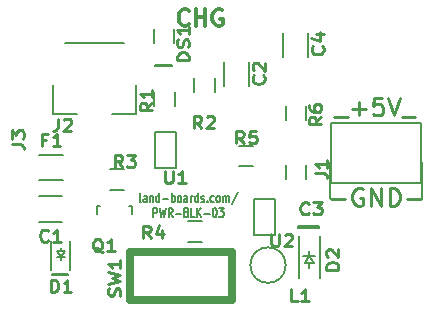
<source format=gto>
G04 #@! TF.FileFunction,Legend,Top*
%FSLAX46Y46*%
G04 Gerber Fmt 4.6, Leading zero omitted, Abs format (unit mm)*
G04 Created by KiCad (PCBNEW (after 2015-mar-04 BZR unknown)-product) date 1/1/2016 1:52:31 PM*
%MOMM*%
G01*
G04 APERTURE LIST*
%ADD10C,0.150000*%
%ADD11C,0.200000*%
%ADD12C,0.250000*%
%ADD13C,0.349250*%
%ADD14C,0.127000*%
%ADD15C,0.203200*%
%ADD16C,0.650000*%
%ADD17C,0.254000*%
G04 APERTURE END LIST*
D10*
D11*
X59200000Y-40100000D02*
X57800000Y-40100000D01*
X69900000Y-53800000D02*
X71700000Y-53800000D01*
X49100000Y-57900000D02*
X50400000Y-57900000D01*
X49100000Y-57800000D02*
X50400000Y-57800000D01*
X71700000Y-53700000D02*
X71700000Y-53800000D01*
X69900000Y-53700000D02*
X71700000Y-53700000D01*
X69900000Y-53900000D02*
X71700000Y-53900000D01*
X57800000Y-40200000D02*
X59200000Y-40200000D01*
D12*
X72714286Y-51457143D02*
X73857143Y-51457143D01*
X75357143Y-50600000D02*
X75214286Y-50528571D01*
X75000000Y-50528571D01*
X74785715Y-50600000D01*
X74642857Y-50742857D01*
X74571429Y-50885714D01*
X74500000Y-51171429D01*
X74500000Y-51385714D01*
X74571429Y-51671429D01*
X74642857Y-51814286D01*
X74785715Y-51957143D01*
X75000000Y-52028571D01*
X75142857Y-52028571D01*
X75357143Y-51957143D01*
X75428572Y-51885714D01*
X75428572Y-51385714D01*
X75142857Y-51385714D01*
X76071429Y-52028571D02*
X76071429Y-50528571D01*
X76928572Y-52028571D01*
X76928572Y-50528571D01*
X77642858Y-52028571D02*
X77642858Y-50528571D01*
X78000001Y-50528571D01*
X78214286Y-50600000D01*
X78357144Y-50742857D01*
X78428572Y-50885714D01*
X78500001Y-51171429D01*
X78500001Y-51385714D01*
X78428572Y-51671429D01*
X78357144Y-51814286D01*
X78214286Y-51957143D01*
X78000001Y-52028571D01*
X77642858Y-52028571D01*
X79142858Y-51457143D02*
X80285715Y-51457143D01*
X72971429Y-44521429D02*
X74114286Y-44521429D01*
X74471429Y-43807143D02*
X75614286Y-43807143D01*
X75042857Y-44378571D02*
X75042857Y-43235714D01*
X77042858Y-42878571D02*
X76328572Y-42878571D01*
X76257143Y-43592857D01*
X76328572Y-43521429D01*
X76471429Y-43450000D01*
X76828572Y-43450000D01*
X76971429Y-43521429D01*
X77042858Y-43592857D01*
X77114286Y-43735714D01*
X77114286Y-44092857D01*
X77042858Y-44235714D01*
X76971429Y-44307143D01*
X76828572Y-44378571D01*
X76471429Y-44378571D01*
X76328572Y-44307143D01*
X76257143Y-44235714D01*
X77542857Y-42878571D02*
X78042857Y-44378571D01*
X78542857Y-42878571D01*
X78685714Y-44521429D02*
X79828571Y-44521429D01*
D13*
X60652143Y-36648929D02*
X60585619Y-36715452D01*
X60386048Y-36781976D01*
X60253000Y-36781976D01*
X60053428Y-36715452D01*
X59920381Y-36582405D01*
X59853857Y-36449357D01*
X59787333Y-36183262D01*
X59787333Y-35983690D01*
X59853857Y-35717595D01*
X59920381Y-35584548D01*
X60053428Y-35451500D01*
X60253000Y-35384976D01*
X60386048Y-35384976D01*
X60585619Y-35451500D01*
X60652143Y-35518024D01*
X61250857Y-36781976D02*
X61250857Y-35384976D01*
X61250857Y-36050214D02*
X62049143Y-36050214D01*
X62049143Y-36781976D02*
X62049143Y-35384976D01*
X63446143Y-35451500D02*
X63313095Y-35384976D01*
X63113524Y-35384976D01*
X62913952Y-35451500D01*
X62780905Y-35584548D01*
X62714381Y-35717595D01*
X62647857Y-35983690D01*
X62647857Y-36183262D01*
X62714381Y-36449357D01*
X62780905Y-36582405D01*
X62913952Y-36715452D01*
X63113524Y-36781976D01*
X63246572Y-36781976D01*
X63446143Y-36715452D01*
X63512667Y-36648929D01*
X63512667Y-36183262D01*
X63246572Y-36183262D01*
D10*
X56585715Y-51726905D02*
X56528573Y-51688810D01*
X56500001Y-51612619D01*
X56500001Y-50926905D01*
X57071430Y-51726905D02*
X57071430Y-51307857D01*
X57042859Y-51231667D01*
X56985716Y-51193571D01*
X56871430Y-51193571D01*
X56814287Y-51231667D01*
X57071430Y-51688810D02*
X57014287Y-51726905D01*
X56871430Y-51726905D01*
X56814287Y-51688810D01*
X56785716Y-51612619D01*
X56785716Y-51536429D01*
X56814287Y-51460238D01*
X56871430Y-51422143D01*
X57014287Y-51422143D01*
X57071430Y-51384048D01*
X57357144Y-51193571D02*
X57357144Y-51726905D01*
X57357144Y-51269762D02*
X57385716Y-51231667D01*
X57442858Y-51193571D01*
X57528573Y-51193571D01*
X57585716Y-51231667D01*
X57614287Y-51307857D01*
X57614287Y-51726905D01*
X58157144Y-51726905D02*
X58157144Y-50926905D01*
X58157144Y-51688810D02*
X58100001Y-51726905D01*
X57985715Y-51726905D01*
X57928573Y-51688810D01*
X57900001Y-51650714D01*
X57871430Y-51574524D01*
X57871430Y-51345952D01*
X57900001Y-51269762D01*
X57928573Y-51231667D01*
X57985715Y-51193571D01*
X58100001Y-51193571D01*
X58157144Y-51231667D01*
X58442858Y-51422143D02*
X58900001Y-51422143D01*
X59185715Y-51726905D02*
X59185715Y-50926905D01*
X59185715Y-51231667D02*
X59242858Y-51193571D01*
X59357144Y-51193571D01*
X59414287Y-51231667D01*
X59442858Y-51269762D01*
X59471429Y-51345952D01*
X59471429Y-51574524D01*
X59442858Y-51650714D01*
X59414287Y-51688810D01*
X59357144Y-51726905D01*
X59242858Y-51726905D01*
X59185715Y-51688810D01*
X59814286Y-51726905D02*
X59757144Y-51688810D01*
X59728572Y-51650714D01*
X59700001Y-51574524D01*
X59700001Y-51345952D01*
X59728572Y-51269762D01*
X59757144Y-51231667D01*
X59814286Y-51193571D01*
X59900001Y-51193571D01*
X59957144Y-51231667D01*
X59985715Y-51269762D01*
X60014286Y-51345952D01*
X60014286Y-51574524D01*
X59985715Y-51650714D01*
X59957144Y-51688810D01*
X59900001Y-51726905D01*
X59814286Y-51726905D01*
X60528572Y-51726905D02*
X60528572Y-51307857D01*
X60500001Y-51231667D01*
X60442858Y-51193571D01*
X60328572Y-51193571D01*
X60271429Y-51231667D01*
X60528572Y-51688810D02*
X60471429Y-51726905D01*
X60328572Y-51726905D01*
X60271429Y-51688810D01*
X60242858Y-51612619D01*
X60242858Y-51536429D01*
X60271429Y-51460238D01*
X60328572Y-51422143D01*
X60471429Y-51422143D01*
X60528572Y-51384048D01*
X60814286Y-51726905D02*
X60814286Y-51193571D01*
X60814286Y-51345952D02*
X60842858Y-51269762D01*
X60871429Y-51231667D01*
X60928572Y-51193571D01*
X60985715Y-51193571D01*
X61442858Y-51726905D02*
X61442858Y-50926905D01*
X61442858Y-51688810D02*
X61385715Y-51726905D01*
X61271429Y-51726905D01*
X61214287Y-51688810D01*
X61185715Y-51650714D01*
X61157144Y-51574524D01*
X61157144Y-51345952D01*
X61185715Y-51269762D01*
X61214287Y-51231667D01*
X61271429Y-51193571D01*
X61385715Y-51193571D01*
X61442858Y-51231667D01*
X61700001Y-51688810D02*
X61757144Y-51726905D01*
X61871429Y-51726905D01*
X61928572Y-51688810D01*
X61957144Y-51612619D01*
X61957144Y-51574524D01*
X61928572Y-51498333D01*
X61871429Y-51460238D01*
X61785715Y-51460238D01*
X61728572Y-51422143D01*
X61700001Y-51345952D01*
X61700001Y-51307857D01*
X61728572Y-51231667D01*
X61785715Y-51193571D01*
X61871429Y-51193571D01*
X61928572Y-51231667D01*
X62214286Y-51650714D02*
X62242858Y-51688810D01*
X62214286Y-51726905D01*
X62185715Y-51688810D01*
X62214286Y-51650714D01*
X62214286Y-51726905D01*
X62757143Y-51688810D02*
X62700000Y-51726905D01*
X62585714Y-51726905D01*
X62528572Y-51688810D01*
X62500000Y-51650714D01*
X62471429Y-51574524D01*
X62471429Y-51345952D01*
X62500000Y-51269762D01*
X62528572Y-51231667D01*
X62585714Y-51193571D01*
X62700000Y-51193571D01*
X62757143Y-51231667D01*
X63100000Y-51726905D02*
X63042858Y-51688810D01*
X63014286Y-51650714D01*
X62985715Y-51574524D01*
X62985715Y-51345952D01*
X63014286Y-51269762D01*
X63042858Y-51231667D01*
X63100000Y-51193571D01*
X63185715Y-51193571D01*
X63242858Y-51231667D01*
X63271429Y-51269762D01*
X63300000Y-51345952D01*
X63300000Y-51574524D01*
X63271429Y-51650714D01*
X63242858Y-51688810D01*
X63185715Y-51726905D01*
X63100000Y-51726905D01*
X63557143Y-51726905D02*
X63557143Y-51193571D01*
X63557143Y-51269762D02*
X63585715Y-51231667D01*
X63642857Y-51193571D01*
X63728572Y-51193571D01*
X63785715Y-51231667D01*
X63814286Y-51307857D01*
X63814286Y-51726905D01*
X63814286Y-51307857D02*
X63842857Y-51231667D01*
X63900000Y-51193571D01*
X63985715Y-51193571D01*
X64042857Y-51231667D01*
X64071429Y-51307857D01*
X64071429Y-51726905D01*
X64785715Y-50888810D02*
X64271429Y-51917381D01*
X57642857Y-52996905D02*
X57642857Y-52196905D01*
X57871429Y-52196905D01*
X57928571Y-52235000D01*
X57957143Y-52273095D01*
X57985714Y-52349286D01*
X57985714Y-52463571D01*
X57957143Y-52539762D01*
X57928571Y-52577857D01*
X57871429Y-52615952D01*
X57642857Y-52615952D01*
X58185714Y-52196905D02*
X58328571Y-52996905D01*
X58442857Y-52425476D01*
X58557143Y-52996905D01*
X58700000Y-52196905D01*
X59271428Y-52996905D02*
X59071428Y-52615952D01*
X58928571Y-52996905D02*
X58928571Y-52196905D01*
X59157143Y-52196905D01*
X59214285Y-52235000D01*
X59242857Y-52273095D01*
X59271428Y-52349286D01*
X59271428Y-52463571D01*
X59242857Y-52539762D01*
X59214285Y-52577857D01*
X59157143Y-52615952D01*
X58928571Y-52615952D01*
X59528571Y-52692143D02*
X59985714Y-52692143D01*
X60471428Y-52577857D02*
X60557142Y-52615952D01*
X60585714Y-52654048D01*
X60614285Y-52730238D01*
X60614285Y-52844524D01*
X60585714Y-52920714D01*
X60557142Y-52958810D01*
X60500000Y-52996905D01*
X60271428Y-52996905D01*
X60271428Y-52196905D01*
X60471428Y-52196905D01*
X60528571Y-52235000D01*
X60557142Y-52273095D01*
X60585714Y-52349286D01*
X60585714Y-52425476D01*
X60557142Y-52501667D01*
X60528571Y-52539762D01*
X60471428Y-52577857D01*
X60271428Y-52577857D01*
X61157142Y-52996905D02*
X60871428Y-52996905D01*
X60871428Y-52196905D01*
X61357142Y-52996905D02*
X61357142Y-52196905D01*
X61699999Y-52996905D02*
X61442856Y-52539762D01*
X61699999Y-52196905D02*
X61357142Y-52654048D01*
X61957142Y-52692143D02*
X62414285Y-52692143D01*
X62814285Y-52196905D02*
X62871428Y-52196905D01*
X62928571Y-52235000D01*
X62957142Y-52273095D01*
X62985713Y-52349286D01*
X63014285Y-52501667D01*
X63014285Y-52692143D01*
X62985713Y-52844524D01*
X62957142Y-52920714D01*
X62928571Y-52958810D01*
X62871428Y-52996905D01*
X62814285Y-52996905D01*
X62757142Y-52958810D01*
X62728571Y-52920714D01*
X62699999Y-52844524D01*
X62671428Y-52692143D01*
X62671428Y-52501667D01*
X62699999Y-52349286D01*
X62728571Y-52273095D01*
X62757142Y-52235000D01*
X62814285Y-52196905D01*
X63214285Y-52196905D02*
X63585714Y-52196905D01*
X63385714Y-52501667D01*
X63471428Y-52501667D01*
X63528571Y-52539762D01*
X63557142Y-52577857D01*
X63585714Y-52654048D01*
X63585714Y-52844524D01*
X63557142Y-52920714D01*
X63528571Y-52958810D01*
X63471428Y-52996905D01*
X63300000Y-52996905D01*
X63242857Y-52958810D01*
X63214285Y-52920714D01*
D11*
X80417800Y-48345000D02*
X80417800Y-51445000D01*
X72578600Y-48292600D02*
X72578600Y-51392600D01*
D14*
X66158000Y-51487000D02*
X67936000Y-51487000D01*
X67936000Y-51487000D02*
X67936000Y-54535000D01*
X67936000Y-54535000D02*
X66158000Y-54535000D01*
X66158000Y-54535000D02*
X66158000Y-51487000D01*
D10*
X54180000Y-44260000D02*
X56180000Y-44260000D01*
X56180000Y-44260000D02*
X56180000Y-41760000D01*
X49180000Y-41760000D02*
X49180000Y-44260000D01*
X49180000Y-44260000D02*
X51180000Y-44260000D01*
X50180000Y-38260000D02*
X55180000Y-38260000D01*
D14*
X59589000Y-48824000D02*
X57811000Y-48824000D01*
X57811000Y-48824000D02*
X57811000Y-45776000D01*
X57811000Y-45776000D02*
X59589000Y-45776000D01*
X59589000Y-45776000D02*
X59589000Y-48824000D01*
D15*
X80290200Y-50119600D02*
X72670200Y-50119600D01*
X72670200Y-45039600D02*
X80290200Y-45039600D01*
X80290200Y-45039600D02*
X80290200Y-50119600D01*
X72670200Y-50119600D02*
X72670200Y-45039600D01*
D10*
X49800400Y-55885200D02*
X49800400Y-55635200D01*
X49800400Y-56385200D02*
X49800400Y-56635200D01*
X49800400Y-56385200D02*
X49450400Y-55885200D01*
X49450400Y-55885200D02*
X50150400Y-55885200D01*
X50150400Y-55885200D02*
X49800400Y-56385200D01*
X49450400Y-56385200D02*
X50150400Y-56385200D01*
X50600400Y-57435200D02*
X50600400Y-55035200D01*
X49000400Y-57435200D02*
X49000400Y-55035200D01*
X55649160Y-52049760D02*
X55600900Y-52049760D01*
X52850180Y-52750800D02*
X52850180Y-52049760D01*
X52850180Y-52049760D02*
X53099100Y-52049760D01*
X55649160Y-52049760D02*
X55849820Y-52049760D01*
X55849820Y-52049760D02*
X55849820Y-52750800D01*
X65759800Y-39844400D02*
X65759800Y-41844400D01*
X63609800Y-41844400D02*
X63609800Y-39844400D01*
X70775000Y-37400000D02*
X70775000Y-39400000D01*
X68625000Y-39400000D02*
X68625000Y-37400000D01*
X68839000Y-49801000D02*
X68839000Y-48601000D01*
X70589000Y-48601000D02*
X70589000Y-49801000D01*
X61800000Y-55075000D02*
X60600000Y-55075000D01*
X60600000Y-53325000D02*
X61800000Y-53325000D01*
X64900000Y-46925000D02*
X66100000Y-46925000D01*
X66100000Y-48675000D02*
X64900000Y-48675000D01*
X70589000Y-43571800D02*
X70589000Y-44771800D01*
X68839000Y-44771800D02*
X68839000Y-43571800D01*
X70857000Y-56909900D02*
X70857000Y-57290900D01*
X70857000Y-55893900D02*
X70857000Y-56274900D01*
X70857000Y-56274900D02*
X71238000Y-56909900D01*
X71238000Y-56909900D02*
X70476000Y-56909900D01*
X70476000Y-56909900D02*
X70857000Y-56274900D01*
X71365000Y-56274900D02*
X70349000Y-56274900D01*
X69957000Y-54592400D02*
X69957000Y-58132400D01*
X71757000Y-54592400D02*
X71757000Y-58132400D01*
D16*
X55632000Y-55918000D02*
X55632000Y-59982000D01*
X55632000Y-59982000D02*
X64268000Y-59982000D01*
X64268000Y-59982000D02*
X64268000Y-55918000D01*
X64268000Y-55918000D02*
X55632000Y-55918000D01*
D10*
X55860000Y-59500000D02*
X55860000Y-56400000D01*
X47936800Y-51224800D02*
X49936800Y-51224800D01*
X49936800Y-53374800D02*
X47936800Y-53374800D01*
X57663000Y-38244000D02*
X57663000Y-37044000D01*
X59413000Y-37044000D02*
X59413000Y-38244000D01*
X49962200Y-49869600D02*
X47962200Y-49869600D01*
X47962200Y-47719600D02*
X49962200Y-47719600D01*
X68851800Y-57049600D02*
G75*
G03X68851800Y-57049600I-1500000J0D01*
G01*
X59475000Y-42400000D02*
X59475000Y-43600000D01*
X57725000Y-43600000D02*
X57725000Y-42400000D01*
X62842000Y-41235000D02*
X62842000Y-42435000D01*
X61092000Y-42435000D02*
X61092000Y-41235000D01*
X55200000Y-50675000D02*
X54000000Y-50675000D01*
X54000000Y-48925000D02*
X55200000Y-48925000D01*
D17*
X45662619Y-46788000D02*
X46388333Y-46788000D01*
X46533476Y-46842428D01*
X46630238Y-46951285D01*
X46678619Y-47114571D01*
X46678619Y-47223428D01*
X45662619Y-46352571D02*
X45662619Y-45645000D01*
X46049667Y-46026000D01*
X46049667Y-45862714D01*
X46098048Y-45753857D01*
X46146429Y-45699428D01*
X46243190Y-45645000D01*
X46485095Y-45645000D01*
X46581857Y-45699428D01*
X46630238Y-45753857D01*
X46678619Y-45862714D01*
X46678619Y-46189286D01*
X46630238Y-46298143D01*
X46581857Y-46352571D01*
X67629143Y-54443619D02*
X67629143Y-55266095D01*
X67683571Y-55362857D01*
X67738000Y-55411238D01*
X67846857Y-55459619D01*
X68064571Y-55459619D01*
X68173429Y-55411238D01*
X68227857Y-55362857D01*
X68282286Y-55266095D01*
X68282286Y-54443619D01*
X68772143Y-54540381D02*
X68826572Y-54492000D01*
X68935429Y-54443619D01*
X69207572Y-54443619D01*
X69316429Y-54492000D01*
X69370858Y-54540381D01*
X69425286Y-54637143D01*
X69425286Y-54733905D01*
X69370858Y-54879048D01*
X68717715Y-55459619D01*
X69425286Y-55459619D01*
X49571000Y-44671619D02*
X49571000Y-45397333D01*
X49516572Y-45542476D01*
X49407715Y-45639238D01*
X49244429Y-45687619D01*
X49135572Y-45687619D01*
X50060857Y-44768381D02*
X50115286Y-44720000D01*
X50224143Y-44671619D01*
X50496286Y-44671619D01*
X50605143Y-44720000D01*
X50659572Y-44768381D01*
X50714000Y-44865143D01*
X50714000Y-44961905D01*
X50659572Y-45107048D01*
X50006429Y-45687619D01*
X50714000Y-45687619D01*
X58614143Y-49071619D02*
X58614143Y-49894095D01*
X58668571Y-49990857D01*
X58723000Y-50039238D01*
X58831857Y-50087619D01*
X59049571Y-50087619D01*
X59158429Y-50039238D01*
X59212857Y-49990857D01*
X59267286Y-49894095D01*
X59267286Y-49071619D01*
X60410286Y-50087619D02*
X59757143Y-50087619D01*
X60083715Y-50087619D02*
X60083715Y-49071619D01*
X59974858Y-49216762D01*
X59866000Y-49313524D01*
X59757143Y-49361905D01*
X71343619Y-49281000D02*
X72069333Y-49281000D01*
X72214476Y-49335428D01*
X72311238Y-49444285D01*
X72359619Y-49607571D01*
X72359619Y-49716428D01*
X72359619Y-48138000D02*
X72359619Y-48791143D01*
X72359619Y-48464571D02*
X71343619Y-48464571D01*
X71488762Y-48573428D01*
X71585524Y-48682286D01*
X71633905Y-48791143D01*
X48956358Y-59309619D02*
X48956358Y-58293619D01*
X49228501Y-58293619D01*
X49391786Y-58342000D01*
X49500644Y-58438762D01*
X49555072Y-58535524D01*
X49609501Y-58729048D01*
X49609501Y-58874190D01*
X49555072Y-59067714D01*
X49500644Y-59164476D01*
X49391786Y-59261238D01*
X49228501Y-59309619D01*
X48956358Y-59309619D01*
X50698072Y-59309619D02*
X50044929Y-59309619D01*
X50371501Y-59309619D02*
X50371501Y-58293619D01*
X50262644Y-58438762D01*
X50153786Y-58535524D01*
X50044929Y-58583905D01*
X53341143Y-55956381D02*
X53232286Y-55908000D01*
X53123429Y-55811238D01*
X52960143Y-55666095D01*
X52851286Y-55617714D01*
X52742429Y-55617714D01*
X52796857Y-55859619D02*
X52688000Y-55811238D01*
X52579143Y-55714476D01*
X52524714Y-55520952D01*
X52524714Y-55182286D01*
X52579143Y-54988762D01*
X52688000Y-54892000D01*
X52796857Y-54843619D01*
X53014571Y-54843619D01*
X53123429Y-54892000D01*
X53232286Y-54988762D01*
X53286714Y-55182286D01*
X53286714Y-55520952D01*
X53232286Y-55714476D01*
X53123429Y-55811238D01*
X53014571Y-55859619D01*
X52796857Y-55859619D01*
X54375286Y-55859619D02*
X53722143Y-55859619D01*
X54048715Y-55859619D02*
X54048715Y-54843619D01*
X53939858Y-54988762D01*
X53831000Y-55085524D01*
X53722143Y-55133905D01*
X66962857Y-40990499D02*
X67011238Y-41044928D01*
X67059619Y-41208214D01*
X67059619Y-41317071D01*
X67011238Y-41480356D01*
X66914476Y-41589214D01*
X66817714Y-41643642D01*
X66624190Y-41698071D01*
X66479048Y-41698071D01*
X66285524Y-41643642D01*
X66188762Y-41589214D01*
X66092000Y-41480356D01*
X66043619Y-41317071D01*
X66043619Y-41208214D01*
X66092000Y-41044928D01*
X66140381Y-40990499D01*
X66140381Y-40555071D02*
X66092000Y-40500642D01*
X66043619Y-40391785D01*
X66043619Y-40119642D01*
X66092000Y-40010785D01*
X66140381Y-39956356D01*
X66237143Y-39901928D01*
X66333905Y-39901928D01*
X66479048Y-39956356D01*
X67059619Y-40609499D01*
X67059619Y-39901928D01*
X71962857Y-38490499D02*
X72011238Y-38544928D01*
X72059619Y-38708214D01*
X72059619Y-38817071D01*
X72011238Y-38980356D01*
X71914476Y-39089214D01*
X71817714Y-39143642D01*
X71624190Y-39198071D01*
X71479048Y-39198071D01*
X71285524Y-39143642D01*
X71188762Y-39089214D01*
X71092000Y-38980356D01*
X71043619Y-38817071D01*
X71043619Y-38708214D01*
X71092000Y-38544928D01*
X71140381Y-38490499D01*
X71382286Y-37510785D02*
X72059619Y-37510785D01*
X70995238Y-37782928D02*
X71720952Y-38055071D01*
X71720952Y-37347499D01*
X70809501Y-52662857D02*
X70755072Y-52711238D01*
X70591786Y-52759619D01*
X70482929Y-52759619D01*
X70319644Y-52711238D01*
X70210786Y-52614476D01*
X70156358Y-52517714D01*
X70101929Y-52324190D01*
X70101929Y-52179048D01*
X70156358Y-51985524D01*
X70210786Y-51888762D01*
X70319644Y-51792000D01*
X70482929Y-51743619D01*
X70591786Y-51743619D01*
X70755072Y-51792000D01*
X70809501Y-51840381D01*
X71190501Y-51743619D02*
X71898072Y-51743619D01*
X71517072Y-52130667D01*
X71680358Y-52130667D01*
X71789215Y-52179048D01*
X71843644Y-52227429D01*
X71898072Y-52324190D01*
X71898072Y-52566095D01*
X71843644Y-52662857D01*
X71789215Y-52711238D01*
X71680358Y-52759619D01*
X71353786Y-52759619D01*
X71244929Y-52711238D01*
X71190501Y-52662857D01*
X57409501Y-54759619D02*
X57028501Y-54275810D01*
X56756358Y-54759619D02*
X56756358Y-53743619D01*
X57191786Y-53743619D01*
X57300644Y-53792000D01*
X57355072Y-53840381D01*
X57409501Y-53937143D01*
X57409501Y-54082286D01*
X57355072Y-54179048D01*
X57300644Y-54227429D01*
X57191786Y-54275810D01*
X56756358Y-54275810D01*
X58389215Y-54082286D02*
X58389215Y-54759619D01*
X58117072Y-53695238D02*
X57844929Y-54420952D01*
X58552501Y-54420952D01*
X65309501Y-46735619D02*
X64928501Y-46251810D01*
X64656358Y-46735619D02*
X64656358Y-45719619D01*
X65091786Y-45719619D01*
X65200644Y-45768000D01*
X65255072Y-45816381D01*
X65309501Y-45913143D01*
X65309501Y-46058286D01*
X65255072Y-46155048D01*
X65200644Y-46203429D01*
X65091786Y-46251810D01*
X64656358Y-46251810D01*
X66343644Y-45719619D02*
X65799358Y-45719619D01*
X65744929Y-46203429D01*
X65799358Y-46155048D01*
X65908215Y-46106667D01*
X66180358Y-46106667D01*
X66289215Y-46155048D01*
X66343644Y-46203429D01*
X66398072Y-46300190D01*
X66398072Y-46542095D01*
X66343644Y-46638857D01*
X66289215Y-46687238D01*
X66180358Y-46735619D01*
X65908215Y-46735619D01*
X65799358Y-46687238D01*
X65744929Y-46638857D01*
X71859619Y-44490499D02*
X71375810Y-44871499D01*
X71859619Y-45143642D02*
X70843619Y-45143642D01*
X70843619Y-44708214D01*
X70892000Y-44599356D01*
X70940381Y-44544928D01*
X71037143Y-44490499D01*
X71182286Y-44490499D01*
X71279048Y-44544928D01*
X71327429Y-44599356D01*
X71375810Y-44708214D01*
X71375810Y-45143642D01*
X70843619Y-43510785D02*
X70843619Y-43728499D01*
X70892000Y-43837356D01*
X70940381Y-43891785D01*
X71085524Y-44000642D01*
X71279048Y-44055071D01*
X71666095Y-44055071D01*
X71762857Y-44000642D01*
X71811238Y-43946214D01*
X71859619Y-43837356D01*
X71859619Y-43619642D01*
X71811238Y-43510785D01*
X71762857Y-43456356D01*
X71666095Y-43401928D01*
X71424190Y-43401928D01*
X71327429Y-43456356D01*
X71279048Y-43510785D01*
X71230667Y-43619642D01*
X71230667Y-43837356D01*
X71279048Y-43946214D01*
X71327429Y-44000642D01*
X71424190Y-44055071D01*
X73316619Y-57436042D02*
X72300619Y-57436042D01*
X72300619Y-57163899D01*
X72349000Y-57000614D01*
X72445762Y-56891756D01*
X72542524Y-56837328D01*
X72736048Y-56782899D01*
X72881190Y-56782899D01*
X73074714Y-56837328D01*
X73171476Y-56891756D01*
X73268238Y-57000614D01*
X73316619Y-57163899D01*
X73316619Y-57436042D01*
X72397381Y-56347471D02*
X72349000Y-56293042D01*
X72300619Y-56184185D01*
X72300619Y-55912042D01*
X72349000Y-55803185D01*
X72397381Y-55748756D01*
X72494143Y-55694328D01*
X72590905Y-55694328D01*
X72736048Y-55748756D01*
X73316619Y-56401899D01*
X73316619Y-55694328D01*
X54802438Y-59661000D02*
X54850819Y-59497714D01*
X54850819Y-59225571D01*
X54802438Y-59116714D01*
X54754057Y-59062285D01*
X54657295Y-59007857D01*
X54560533Y-59007857D01*
X54463771Y-59062285D01*
X54415390Y-59116714D01*
X54367010Y-59225571D01*
X54318629Y-59443285D01*
X54270248Y-59552143D01*
X54221867Y-59606571D01*
X54125105Y-59661000D01*
X54028343Y-59661000D01*
X53931581Y-59606571D01*
X53883200Y-59552143D01*
X53834819Y-59443285D01*
X53834819Y-59171143D01*
X53883200Y-59007857D01*
X53834819Y-58626857D02*
X54850819Y-58354714D01*
X54125105Y-58137000D01*
X54850819Y-57919286D01*
X53834819Y-57647143D01*
X54850819Y-56613000D02*
X54850819Y-57266143D01*
X54850819Y-56939571D02*
X53834819Y-56939571D01*
X53979962Y-57048428D01*
X54076724Y-57157286D01*
X54125105Y-57266143D01*
X48746301Y-54962657D02*
X48691872Y-55011038D01*
X48528586Y-55059419D01*
X48419729Y-55059419D01*
X48256444Y-55011038D01*
X48147586Y-54914276D01*
X48093158Y-54817514D01*
X48038729Y-54623990D01*
X48038729Y-54478848D01*
X48093158Y-54285324D01*
X48147586Y-54188562D01*
X48256444Y-54091800D01*
X48419729Y-54043419D01*
X48528586Y-54043419D01*
X48691872Y-54091800D01*
X48746301Y-54140181D01*
X49834872Y-55059419D02*
X49181729Y-55059419D01*
X49508301Y-55059419D02*
X49508301Y-54043419D01*
X49399444Y-54188562D01*
X49290586Y-54285324D01*
X49181729Y-54333705D01*
X60659619Y-39687928D02*
X59643619Y-39687928D01*
X59643619Y-39415785D01*
X59692000Y-39252500D01*
X59788762Y-39143642D01*
X59885524Y-39089214D01*
X60079048Y-39034785D01*
X60224190Y-39034785D01*
X60417714Y-39089214D01*
X60514476Y-39143642D01*
X60611238Y-39252500D01*
X60659619Y-39415785D01*
X60659619Y-39687928D01*
X60611238Y-38599357D02*
X60659619Y-38436071D01*
X60659619Y-38163928D01*
X60611238Y-38055071D01*
X60562857Y-38000642D01*
X60466095Y-37946214D01*
X60369333Y-37946214D01*
X60272571Y-38000642D01*
X60224190Y-38055071D01*
X60175810Y-38163928D01*
X60127429Y-38381642D01*
X60079048Y-38490500D01*
X60030667Y-38544928D01*
X59933905Y-38599357D01*
X59837143Y-38599357D01*
X59740381Y-38544928D01*
X59692000Y-38490500D01*
X59643619Y-38381642D01*
X59643619Y-38109500D01*
X59692000Y-37946214D01*
X60659619Y-36857643D02*
X60659619Y-37510786D01*
X60659619Y-37184214D02*
X59643619Y-37184214D01*
X59788762Y-37293071D01*
X59885524Y-37401929D01*
X59933905Y-37510786D01*
X48581201Y-46422029D02*
X48200201Y-46422029D01*
X48200201Y-46954219D02*
X48200201Y-45938219D01*
X48744487Y-45938219D01*
X49778629Y-46954219D02*
X49125486Y-46954219D01*
X49452058Y-46954219D02*
X49452058Y-45938219D01*
X49343201Y-46083362D01*
X49234343Y-46180124D01*
X49125486Y-46228505D01*
X69856101Y-60097219D02*
X69311815Y-60097219D01*
X69311815Y-59081219D01*
X70835815Y-60097219D02*
X70182672Y-60097219D01*
X70509244Y-60097219D02*
X70509244Y-59081219D01*
X70400387Y-59226362D01*
X70291529Y-59323124D01*
X70182672Y-59371505D01*
X57559619Y-43290499D02*
X57075810Y-43671499D01*
X57559619Y-43943642D02*
X56543619Y-43943642D01*
X56543619Y-43508214D01*
X56592000Y-43399356D01*
X56640381Y-43344928D01*
X56737143Y-43290499D01*
X56882286Y-43290499D01*
X56979048Y-43344928D01*
X57027429Y-43399356D01*
X57075810Y-43508214D01*
X57075810Y-43943642D01*
X57559619Y-42201928D02*
X57559619Y-42855071D01*
X57559619Y-42528499D02*
X56543619Y-42528499D01*
X56688762Y-42637356D01*
X56785524Y-42746214D01*
X56833905Y-42855071D01*
X61709501Y-45459619D02*
X61328501Y-44975810D01*
X61056358Y-45459619D02*
X61056358Y-44443619D01*
X61491786Y-44443619D01*
X61600644Y-44492000D01*
X61655072Y-44540381D01*
X61709501Y-44637143D01*
X61709501Y-44782286D01*
X61655072Y-44879048D01*
X61600644Y-44927429D01*
X61491786Y-44975810D01*
X61056358Y-44975810D01*
X62144929Y-44540381D02*
X62199358Y-44492000D01*
X62308215Y-44443619D01*
X62580358Y-44443619D01*
X62689215Y-44492000D01*
X62743644Y-44540381D01*
X62798072Y-44637143D01*
X62798072Y-44733905D01*
X62743644Y-44879048D01*
X62090501Y-45459619D01*
X62798072Y-45459619D01*
X55009501Y-48759619D02*
X54628501Y-48275810D01*
X54356358Y-48759619D02*
X54356358Y-47743619D01*
X54791786Y-47743619D01*
X54900644Y-47792000D01*
X54955072Y-47840381D01*
X55009501Y-47937143D01*
X55009501Y-48082286D01*
X54955072Y-48179048D01*
X54900644Y-48227429D01*
X54791786Y-48275810D01*
X54356358Y-48275810D01*
X55390501Y-47743619D02*
X56098072Y-47743619D01*
X55717072Y-48130667D01*
X55880358Y-48130667D01*
X55989215Y-48179048D01*
X56043644Y-48227429D01*
X56098072Y-48324190D01*
X56098072Y-48566095D01*
X56043644Y-48662857D01*
X55989215Y-48711238D01*
X55880358Y-48759619D01*
X55553786Y-48759619D01*
X55444929Y-48711238D01*
X55390501Y-48662857D01*
M02*

</source>
